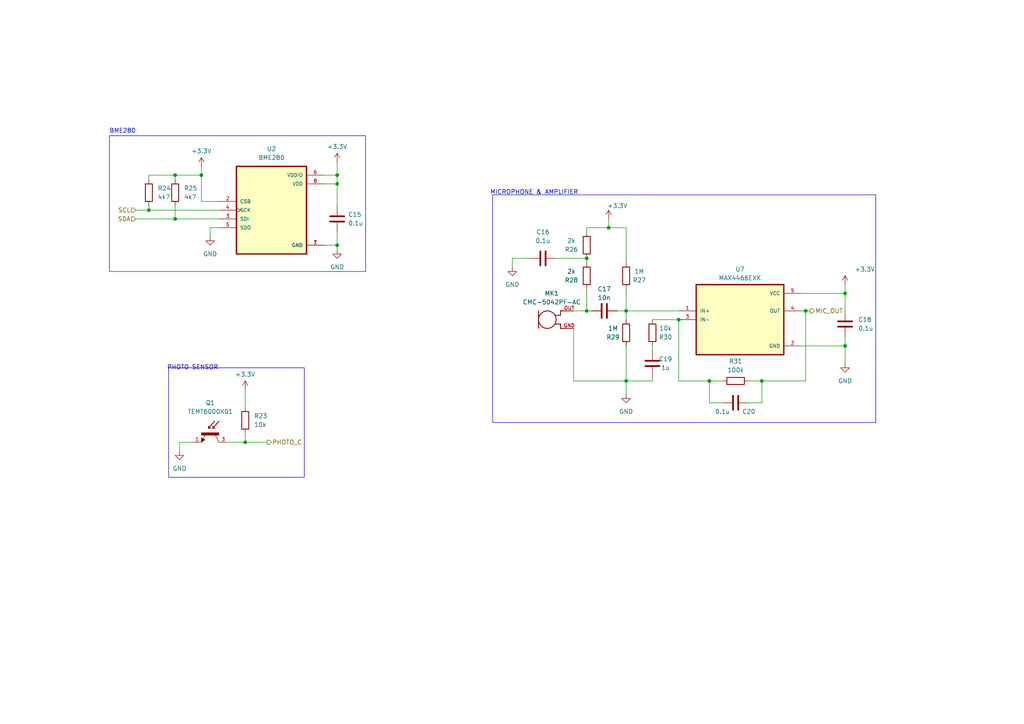
<source format=kicad_sch>
(kicad_sch (version 20250114) (generator "eeschema") (generator_version "9.0")
  (paper "A4")
  (title_block (rev "1"))
  (lib_symbols
    (symbol "BME280:BME280" (pin_names (offset 1.016))
      (property "Reference" "U" (at -10.1662 13.3431 0))
      (property "Value" "BME280" (at -10.1683 -15.2524 0))
      (symbol "BME280_0_0"
        (rectangle (start -10.16 -12.7) (end 10.16 12.7) (stroke (width 0.4064)) (fill (type background)))
        (pin input line (at -15.24 2.54 0) (length 5.08) (name "CSB") (number "2"))
        (pin input clock (at -15.24 0 0) (length 5.08) (name "SCK") (number "4"))
        (pin bidirectional line (at -15.24 -2.54 0) (length 5.08) (name "SDI") (number "3"))
        (pin bidirectional line (at -15.24 -5.08 0) (length 5.08) (name "SDO") (number "5"))
        (pin power_in line (at 15.24 10.16 180) (length 5.08) (name "VDDIO") (number "6"))
        (pin power_in line (at 15.24 7.62 180) (length 5.08) (name "VDD") (number "8"))
        (pin power_in line (at 15.24 -10.16 180) (length 5.08) (name "GND") (number "1"))
        (pin power_in line (at 15.24 -10.16 180) (length 5.08) (name "GND") (number "7"))
      )
    )
    (symbol "CMC-5042PF-AC:CMC-5042PF-AC" (pin_names (offset 1.016))
      (property "Reference" "MK" (at -2.5424 5.0848 0))
      (property "Value" "CMC-5042PF-AC" (at -2.5442 -6.3606 0))
      (symbol "CMC-5042PF-AC_0_0"
        (polyline (pts (xy -2.54 2.54) (xy -2.54 -2.54)) (stroke (width 0.254)))
        (circle (center 0 0) (radius 2.54) (stroke (width 0.254)))
        (polyline (pts (xy 3.81 2.54) (xy 3.81 1.27)) (stroke (width 0.254)))
        (polyline (pts (xy 3.81 1.27) (xy 2.2352 1.27)) (stroke (width 0.254)))
        (polyline (pts (xy 3.81 -1.27) (xy 2.2352 -1.27)) (stroke (width 0.254)))
        (polyline (pts (xy 3.81 -2.54) (xy 3.81 -1.27)) (stroke (width 0.254)))
        (polyline (pts (xy 5.08 2.54) (xy 3.81 2.54)) (stroke (width 0.254)))
        (polyline (pts (xy 5.08 -2.54) (xy 3.81 -2.54)) (stroke (width 0.254)))
        (pin output line (at 7.62 2.54 180) (length 2.54) (name "~") (number "OUT"))
        (pin power_in line (at 7.62 -2.54 180) (length 2.54) (name "~") (number "GND"))
      )
    )
    (symbol "Device:C" (pin_numbers (hide yes)) (pin_names (offset 0.254))
      (property "Reference" "C" (at 0.635 2.54 0))
      (property "Value" "C" (at 0.635 -2.54 0))
      (symbol "C_0_1"
        (polyline (pts (xy -2.032 0.762) (xy 2.032 0.762)) (stroke (width 0.508)))
        (polyline (pts (xy -2.032 -0.762) (xy 2.032 -0.762)) (stroke (width 0.508)))
      )
      (symbol "C_1_1"
        (pin passive line (at 0 3.81 270) (length 2.794) (name "~") (number "1"))
        (pin passive line (at 0 -3.81 90) (length 2.794) (name "~") (number "2"))
      )
    )
    (symbol "Device:R" (pin_numbers (hide yes)) (pin_names (offset 0))
      (property "Reference" "R" (at 2.032 0 90))
      (property "Value" "R" (at 0 0 90))
      (symbol "R_0_1"
        (rectangle (start -1.016 -2.54) (end 1.016 2.54) (stroke (width 0.254)))
      )
      (symbol "R_1_1"
        (pin passive line (at 0 3.81 270) (length 1.27) (name "~") (number "1"))
        (pin passive line (at 0 -3.81 90) (length 1.27) (name "~") (number "2"))
      )
    )
    (symbol "MAX4466EXK:MAX4466EXK" (pin_names (offset 1.016))
      (property "Reference" "U" (at -12.7 11.16 0))
      (property "Value" "MAX4466EXK" (at -12.7 -14.16 0))
      (symbol "MAX4466EXK_0_0"
        (rectangle (start -12.7 -10.16) (end 12.7 10.16) (stroke (width 0.41)) (fill (type background)))
        (pin input line (at -17.78 2.54 0) (length 5.08) (name "IN+") (number "1"))
        (pin input line (at -17.78 0 0) (length 5.08) (name "IN-") (number "3"))
        (pin power_in line (at 17.78 7.62 180) (length 5.08) (name "VCC") (number "5"))
        (pin output line (at 17.78 2.54 180) (length 5.08) (name "OUT") (number "4"))
        (pin power_in line (at 17.78 -7.62 180) (length 5.08) (name "GND") (number "2"))
      )
    )
    (symbol "TEMT6000X01:TEMT6000X01" (pin_names (offset 1.016))
      (property "Reference" "Q" (at 5.0999 0 0))
      (property "Value" "TEMT6000X01" (at 5.0887 -2.5444 0))
      (symbol "TEMT6000X01_0_0"
        (polyline (pts (xy -3.556 2.54) (xy -1.524 0.762)) (stroke (width 0.254)))
        (polyline (pts (xy -3.556 1.27) (xy -1.524 -0.508)) (stroke (width 0.254)))
        (polyline (pts (xy -2.032 0.762) (xy -1.524 1.27)) (stroke (width 0.254)))
        (polyline (pts (xy -2.032 -0.508) (xy -1.524 0)) (stroke (width 0.254)))
        (polyline (pts (xy -1.524 1.27) (xy -1.524 0.762)) (stroke (width 0.254)))
        (polyline (pts (xy -1.524 0.762) (xy -2.032 0.762)) (stroke (width 0.254)))
        (polyline (pts (xy -1.524 0) (xy -1.524 -0.508)) (stroke (width 0.254)))
        (polyline (pts (xy -1.524 -0.508) (xy -2.032 -0.508)) (stroke (width 0.254)))
        (rectangle (start -0.2547 -2.5468) (end 0.508 2.54) (stroke (width 0.1)) (fill (type outline)))
        (polyline (pts (xy 1.27 -2.54) (xy 1.778 -1.524)) (stroke (width 0.1524)))
        (polyline (pts (xy 1.524 -2.286) (xy 1.905 -2.286)) (stroke (width 0.254)))
        (polyline (pts (xy 1.524 -2.413) (xy 2.286 -2.413)) (stroke (width 0.254)))
        (polyline (pts (xy 1.54 -2.04) (xy 0.308 -1.424)) (stroke (width 0.1524)))
        (polyline (pts (xy 1.778 -1.524) (xy 2.54 -2.54)) (stroke (width 0.1524)))
        (polyline (pts (xy 1.778 -1.778) (xy 1.524 -2.286)) (stroke (width 0.254)))
        (polyline (pts (xy 1.905 -2.286) (xy 1.778 -2.032)) (stroke (width 0.254)))
        (polyline (pts (xy 2.286 -2.413) (xy 1.778 -1.778)) (stroke (width 0.254)))
        (polyline (pts (xy 2.54 2.54) (xy 0.508 1.524)) (stroke (width 0.1524)))
        (polyline (pts (xy 2.54 -2.54) (xy 1.27 -2.54)) (stroke (width 0.1524)))
        (pin passive line (at 2.54 5.08 270) (length 2.54) (name "~") (number "3"))
        (pin passive line (at 2.54 -5.08 90) (length 2.54) (name "~") (number "1"))
      )
    )
    (symbol "power:+3.3V" (power) (pin_numbers (hide yes)) (pin_names (offset 0) (hide yes))
      (property "Value" "+3.3V" (at 0 3.556 0))
      (symbol "+3.3V_0_1"
        (polyline (pts (xy -0.762 1.27) (xy 0 2.54)))
        (polyline (pts (xy 0 2.54) (xy 0.762 1.27)))
        (polyline (pts (xy 0 0) (xy 0 2.54)))
      )
      (symbol "+3.3V_1_1"
        (pin power_in line (at 0 0 90) (length 0) (name "~") (number "1"))
      )
    )
    (symbol "power:GND" (power) (pin_numbers (hide yes)) (pin_names (offset 0) (hide yes))
      (property "Value" "GND" (at 0 -3.81 0))
      (symbol "GND_0_1"
        (polyline (pts (xy 0 0) (xy 0 -1.27) (xy 1.27 -1.27) (xy 0 -2.54) (xy -1.27 -1.27) (xy 0 -1.27)))
      )
      (symbol "GND_1_1"
        (pin power_in line (at 0 0 270) (length 0) (name "~") (number "1"))
      )
    )
  )
  (rectangle (start 31.75 39.37) (end 106.045 78.74))
  (rectangle (start 142.875 56.515) (end 254 122.555))
  (rectangle (start 48.895 106.68) (end 88.265 138.43))
  (text "MICROPHONE & AMPLIFIER" (at 154.94 55.88 0) (effects (font (size 1.27 1.27))))
  (text "BME280" (at 35.56 38.1 0) (effects (font (size 1.27 1.27))))
  (text "PHOTO SENSOR" (at 55.88 106.68 0) (effects (font (size 1.27 1.27))))
  (junction (at 71.12 128.27))
  (junction (at 97.79 50.8))
  (junction (at 176.53 66.04))
  (junction (at 170.18 90.17))
  (junction (at 233.68 90.17))
  (junction (at 97.79 71.12))
  (junction (at 50.8 50.8))
  (junction (at 181.61 90.17))
  (junction (at 97.79 53.34))
  (junction (at 205.74 110.49))
  (junction (at 220.98 110.49))
  (junction (at 58.42 50.8))
  (junction (at 50.8 63.5))
  (junction (at 43.18 60.96))
  (junction (at 181.61 110.49))
  (junction (at 245.11 100.33))
  (junction (at 196.85 92.71))
  (junction (at 170.18 74.93))
  (junction (at 245.11 85.09))
  (wire (pts (xy 50.8 59.69) (xy 50.8 63.5)))
  (wire (pts (xy 71.12 128.27) (xy 77.47 128.27)))
  (wire (pts (xy 50.8 63.5) (xy 39.37 63.5)))
  (wire (pts (xy 181.61 66.04) (xy 181.61 76.2)))
  (wire (pts (xy 43.18 60.96) (xy 63.5 60.96)))
  (wire (pts (xy 181.61 110.49) (xy 181.61 114.3)))
  (wire (pts (xy 217.17 116.84) (xy 220.98 116.84)))
  (wire (pts (xy 181.61 100.33) (xy 181.61 110.49)))
  (wire (pts (xy 93.98 53.34) (xy 97.79 53.34)))
  (wire (pts (xy 166.37 95.25) (xy 166.37 110.49)))
  (wire (pts (xy 170.18 66.04) (xy 176.53 66.04)))
  (wire (pts (xy 245.11 97.79) (xy 245.11 100.33)))
  (wire (pts (xy 196.85 110.49) (xy 196.85 92.71)))
  (wire (pts (xy 189.23 109.22) (xy 189.23 110.49)))
  (wire (pts (xy 93.98 71.12) (xy 97.79 71.12)))
  (wire (pts (xy 58.42 50.8) (xy 58.42 58.42)))
  (wire (pts (xy 217.17 110.49) (xy 220.98 110.49)))
  (wire (pts (xy 43.18 59.69) (xy 43.18 60.96)))
  (wire (pts (xy 245.11 85.09) (xy 245.11 90.17)))
  (wire (pts (xy 55.88 128.27) (xy 52.07 128.27)))
  (wire (pts (xy 200.66 92.71) (xy 196.85 92.71)))
  (wire (pts (xy 209.55 110.49) (xy 205.74 110.49)))
  (wire (pts (xy 220.98 116.84) (xy 220.98 110.49)))
  (wire (pts (xy 166.37 110.49) (xy 181.61 110.49)))
  (wire (pts (xy 205.74 116.84) (xy 205.74 110.49)))
  (wire (pts (xy 60.96 66.04) (xy 60.96 68.58)))
  (wire (pts (xy 245.11 85.09) (xy 245.11 82.55)))
  (wire (pts (xy 58.42 50.8) (xy 58.42 48.26)))
  (wire (pts (xy 176.53 63.5) (xy 176.53 66.04)))
  (wire (pts (xy 181.61 90.17) (xy 196.85 90.17)))
  (wire (pts (xy 39.37 60.96) (xy 43.18 60.96)))
  (wire (pts (xy 97.79 53.34) (xy 97.79 59.69)))
  (wire (pts (xy 71.12 128.27) (xy 71.12 125.73)))
  (wire (pts (xy 50.8 63.5) (xy 63.5 63.5)))
  (wire (pts (xy 232.41 100.33) (xy 245.11 100.33)))
  (wire (pts (xy 233.68 90.17) (xy 234.95 90.17)))
  (wire (pts (xy 176.53 66.04) (xy 181.61 66.04)))
  (wire (pts (xy 66.04 128.27) (xy 71.12 128.27)))
  (wire (pts (xy 196.85 110.49) (xy 205.74 110.49)))
  (wire (pts (xy 97.79 71.12) (xy 97.79 72.39)))
  (wire (pts (xy 179.07 90.17) (xy 181.61 90.17)))
  (wire (pts (xy 63.5 66.04) (xy 60.96 66.04)))
  (wire (pts (xy 232.41 85.09) (xy 245.11 85.09)))
  (wire (pts (xy 71.12 113.03) (xy 71.12 118.11)))
  (wire (pts (xy 93.98 50.8) (xy 97.79 50.8)))
  (wire (pts (xy 220.98 110.49) (xy 233.68 110.49)))
  (wire (pts (xy 170.18 90.17) (xy 171.45 90.17)))
  (wire (pts (xy 161.29 74.93) (xy 170.18 74.93)))
  (wire (pts (xy 63.5 58.42) (xy 58.42 58.42)))
  (wire (pts (xy 181.61 92.71) (xy 181.61 90.17)))
  (wire (pts (xy 232.41 90.17) (xy 233.68 90.17)))
  (wire (pts (xy 166.37 90.17) (xy 170.18 90.17)))
  (wire (pts (xy 52.07 128.27) (xy 52.07 130.81)))
  (wire (pts (xy 170.18 66.04) (xy 170.18 67.31)))
  (wire (pts (xy 233.68 90.17) (xy 233.68 110.49)))
  (wire (pts (xy 245.11 100.33) (xy 245.11 105.41)))
  (wire (pts (xy 189.23 92.71) (xy 196.85 92.71)))
  (wire (pts (xy 181.61 110.49) (xy 189.23 110.49)))
  (wire (pts (xy 170.18 83.82) (xy 170.18 90.17)))
  (wire (pts (xy 50.8 50.8) (xy 58.42 50.8)))
  (wire (pts (xy 97.79 50.8) (xy 97.79 53.34)))
  (wire (pts (xy 148.59 74.93) (xy 153.67 74.93)))
  (wire (pts (xy 189.23 100.33) (xy 189.23 101.6)))
  (wire (pts (xy 148.59 74.93) (xy 148.59 77.47)))
  (wire (pts (xy 170.18 74.93) (xy 170.18 76.2)))
  (wire (pts (xy 97.79 67.31) (xy 97.79 71.12)))
  (wire (pts (xy 209.55 116.84) (xy 205.74 116.84)))
  (wire (pts (xy 50.8 50.8) (xy 50.8 52.07)))
  (wire (pts (xy 43.18 52.07) (xy 43.18 50.8)))
  (wire (pts (xy 43.18 50.8) (xy 50.8 50.8)))
  (wire (pts (xy 181.61 83.82) (xy 181.61 90.17)))
  (wire (pts (xy 97.79 50.8) (xy 97.79 46.99)))
  (hierarchical_label "MIC_OUT" (shape output) (at 234.95 90.17 0))
  (hierarchical_label "SCL" (shape input) (at 39.37 60.96 180))
  (hierarchical_label "PHOTO_C" (shape output) (at 77.47 128.27 0))
  (hierarchical_label "SDA" (shape input) (at 39.37 63.5 180))
  (symbol (lib_id "Device:C") (at 213.36 116.84 90) (unit 1)
    (property "Reference" "C20" (at 217.17 119.38 90))
    (property "Value" "0.1u" (at 209.55 119.38 90))
    (property "Footprint" "Capacitor_SMD:C_0805_2012Metric" (effects (hide yes)))
    (property "Description" "Unpolarized capacitor" (effects (hide yes)))
  )
  (symbol (lib_id "Device:R") (at 43.18 55.88 0) (unit 1)
    (property "Reference" "R24" (at 45.72 54.6099 0) (effects (justify left)))
    (property "Value" "4k7" (at 45.72 57.1499 0) (effects (justify left)))
    (property "Footprint" "Resistor_SMD:R_0805_2012Metric" (effects (hide yes)))
    (property "Description" "Resistor" (effects (hide yes)))
  )
  (symbol (lib_id "Device:R") (at 50.8 55.88 0) (unit 1)
    (property "Reference" "R25" (at 53.34 54.6099 0) (effects (justify left)))
    (property "Value" "4k7" (at 53.34 57.1499 0) (effects (justify left)))
    (property "Footprint" "Resistor_SMD:R_0805_2012Metric" (effects (hide yes)))
    (property "Description" "Resistor" (effects (hide yes)))
  )
  (symbol (lib_id "BME280:BME280") (at 78.74 60.96 0) (unit 1)
    (property "Reference" "U2" (at 78.74 43.18 0))
    (property "Value" "BME280" (at 78.74 45.72 0))
    (property "Footprint" "Peter Board Footprints:PSON65P250X250X100-8N" (effects (hide yes)))
    (property "MF" "Bosch" (effects (hide yes)))
    (property "DESCRIPTION" "Integrated pressure, humidity and temperature sensor; 8-pin 2.5x2.5x0.93mm LGA" (effects (hide yes)))
    (property "PACKAGE" "LGA-8 Bosch" (effects (hide yes)))
    (property "PRICE" "4.94 USD" (effects (hide yes)))
    (property "Package" "LGA-8 Bosch" (effects (hide yes)))
    (property "Check_prices" "https://www.snapeda.com/parts/BME280/Bosch+Sensortec/view-part/?ref=eda" (effects (hide yes)))
    (property "STANDARD" "IPC-7351B" (effects (hide yes)))
    (property "SnapEDA_Link" "https://www.snapeda.com/parts/BME280/Bosch+Sensortec/view-part/?ref=snap" (effects (hide yes)))
    (property "MP" "BME280" (effects (hide yes)))
    (property "Price" "None" (effects (hide yes)))
    (property "Availability" "In Stock" (effects (hide yes)))
    (property "AVAILABILITY" "Good" (effects (hide yes)))
    (property "Description_1" "Board Mount Humidity Sensors MEMS humidity, pressure and temperature sensor" (effects (hide yes)))
  )
  (symbol (lib_id "power:GND") (at 52.07 130.81 0) (unit 1)
    (property "Reference" "#PWR042" (effects (hide yes)))
    (property "Value" "GND" (at 52.07 135.89 0))
    (property "Description" "Power symbol creates a global label with name \"GND\" , ground" (effects (hide yes)))
  )
  (symbol (lib_id "power:+3.3V") (at 71.12 113.03 0) (unit 1)
    (property "Reference" "#PWR041" (effects (hide yes)))
    (property "Value" "+3.3V" (at 71.12 108.585 0))
    (property "Description" "Power symbol creates a global label with name \"+3.3V\"" (effects (hide yes)))
  )
  (symbol (lib_id "Device:R") (at 181.61 80.01 180) (unit 1)
    (property "Reference" "R27" (at 185.42 81.28 0))
    (property "Value" "1M" (at 185.42 78.74 0))
    (property "Footprint" "Resistor_SMD:R_0805_2012Metric" (effects (hide yes)))
    (property "Description" "Resistor" (effects (hide yes)))
  )
  (symbol (lib_id "Device:R") (at 170.18 71.12 180) (unit 1)
    (property "Reference" "R26" (at 165.735 72.39 0))
    (property "Value" "2k" (at 165.735 69.85 0))
    (property "Footprint" "Resistor_SMD:R_0805_2012Metric" (effects (hide yes)))
    (property "Description" "Resistor" (effects (hide yes)))
  )
  (symbol (lib_id "power:+3.3V") (at 176.53 63.5 0) (unit 1)
    (property "Reference" "#PWR046" (effects (hide yes)))
    (property "Value" "+3.3V" (at 179.07 59.69 0))
    (property "Description" "Power symbol creates a global label with name \"+3.3V\"" (effects (hide yes)))
  )
  (symbol (lib_id "power:GND") (at 181.61 114.3 0) (unit 1)
    (property "Reference" "#PWR045" (effects (hide yes)))
    (property "Value" "GND" (at 181.61 119.38 0))
    (property "Description" "Power symbol creates a global label with name \"GND\" , ground" (effects (hide yes)))
  )
  (symbol (lib_id "power:GND") (at 245.11 105.41 0) (unit 1)
    (property "Reference" "#PWR044" (effects (hide yes)))
    (property "Value" "GND" (at 245.11 110.49 0))
    (property "Description" "Power symbol creates a global label with name \"GND\" , ground" (effects (hide yes)))
  )
  (symbol (lib_id "Device:R") (at 170.18 80.01 180) (unit 1)
    (property "Reference" "R28" (at 165.735 81.28 0))
    (property "Value" "2k" (at 165.735 78.74 0))
    (property "Footprint" "Resistor_SMD:R_0805_2012Metric" (effects (hide yes)))
    (property "Description" "Resistor" (effects (hide yes)))
  )
  (symbol (lib_id "power:+3.3V") (at 245.11 82.55 0) (unit 1)
    (property "Reference" "#PWR043" (effects (hide yes)))
    (property "Value" "+3.3V" (at 250.825 78.105 0))
    (property "Description" "Power symbol creates a global label with name \"+3.3V\"" (effects (hide yes)))
  )
  (symbol (lib_id "Device:C") (at 157.48 74.93 270) (unit 1)
    (property "Reference" "C16" (at 157.48 67.31 90))
    (property "Value" "0.1u" (at 157.48 69.85 90))
    (property "Footprint" "Capacitor_SMD:C_0805_2012Metric" (effects (hide yes)))
    (property "Description" "Unpolarized capacitor" (effects (hide yes)))
  )
  (symbol (lib_id "Device:R") (at 181.61 96.52 180) (unit 1)
    (property "Reference" "R29" (at 177.8 97.79 0))
    (property "Value" "1M" (at 177.8 95.25 0))
    (property "Footprint" "Resistor_SMD:R_0805_2012Metric" (effects (hide yes)))
    (property "Description" "Resistor" (effects (hide yes)))
  )
  (symbol (lib_id "TEMT6000X01:TEMT6000X01") (at 60.96 125.73 270) (unit 1)
    (property "Reference" "Q1" (at 60.9854 116.84 90))
    (property "Value" "TEMT6000X01" (at 60.9854 119.38 90))
    (property "Footprint" "Peter Board Footprints:TRANS_TEMT6000X01" (effects (hide yes)))
    (property "MF" "Vishay Semiconductor" (effects (hide yes)))
    (property "Description_1" "Phototransistors 570nm Top View 1206 (3216 Metric)" (effects (hide yes)))
    (property "Package" "1206 Vishay" (effects (hide yes)))
    (property "Price" "None" (effects (hide yes)))
    (property "Check_prices" "https://www.snapeda.com/parts/TEMT6000X01/Vishay+Semiconductor+Opto+Division/view-part/?ref=eda" (effects (hide yes)))
    (property "STANDARD" "Manufacturer Recommendations" (effects (hide yes)))
    (property "PARTREV" "1.9" (effects (hide yes)))
    (property "SnapEDA_Link" "https://www.snapeda.com/parts/TEMT6000X01/Vishay+Semiconductor+Opto+Division/view-part/?ref=snap" (effects (hide yes)))
    (property "MP" "TEMT6000X01" (effects (hide yes)))
    (property "Availability" "In Stock" (effects (hide yes)))
    (property "MANUFACTURER" "VISHAY" (effects (hide yes)))
  )
  (symbol (lib_id "CMC-5042PF-AC:CMC-5042PF-AC") (at 158.75 92.71 0) (unit 1)
    (property "Reference" "MK1" (at 160.02 85.09 0))
    (property "Value" "CMC-5042PF-AC" (at 160.02 87.63 0))
    (property "Footprint" "Peter Board Footprints:CUI_CMC-5042PF-AC" (effects (hide yes)))
    (property "MF" "Same Sky" (effects (hide yes)))
    (property "Description_1" "6.0 mm, Omnidirectional, PCB Mount, 2.0 Vdc, Electret Condenser Microphone" (effects (hide yes)))
    (property "Package" "None" (effects (hide yes)))
    (property "Price" "None" (effects (hide yes)))
    (property "Check_prices" "https://www.snapeda.com/parts/CMC-5042PF-AC/Same+Sky/view-part/?ref=eda" (effects (hide yes)))
    (property "STANDARD" "Manufacturer recommendations" (effects (hide yes)))
    (property "SnapEDA_Link" "https://www.snapeda.com/parts/CMC-5042PF-AC/Same+Sky/view-part/?ref=snap" (effects (hide yes)))
    (property "MP" "CMC-5042PF-AC" (effects (hide yes)))
    (property "Availability" "In Stock" (effects (hide yes)))
    (property "MANUFACTURER" "CUI INC" (effects (hide yes)))
  )
  (symbol (lib_id "power:+3.3V") (at 97.79 46.99 0) (unit 1)
    (property "Reference" "#PWR039" (effects (hide yes)))
    (property "Value" "+3.3V" (at 97.79 42.545 0))
    (property "Description" "Power symbol creates a global label with name \"+3.3V\"" (effects (hide yes)))
  )
  (symbol (lib_id "Device:R") (at 71.12 121.92 0) (unit 1)
    (property "Reference" "R23" (at 73.66 120.6499 0) (effects (justify left)))
    (property "Value" "10k" (at 73.66 123.1899 0) (effects (justify left)))
    (property "Footprint" "Resistor_SMD:R_0805_2012Metric" (effects (hide yes)))
    (property "Description" "Resistor" (effects (hide yes)))
  )
  (symbol (lib_id "Device:C") (at 245.11 93.98 0) (unit 1)
    (property "Reference" "C18" (at 248.92 92.7099 0) (effects (justify left)))
    (property "Value" "0.1u" (at 248.92 95.2499 0) (effects (justify left)))
    (property "Footprint" "Capacitor_SMD:C_0805_2012Metric" (effects (hide yes)))
    (property "Description" "Unpolarized capacitor" (effects (hide yes)))
  )
  (symbol (lib_id "Device:C") (at 97.79 63.5 0) (unit 1)
    (property "Reference" "C15" (at 100.965 62.2299 0) (effects (justify left)))
    (property "Value" "0.1u" (at 100.965 64.7699 0) (effects (justify left)))
    (property "Footprint" "Capacitor_SMD:C_0805_2012Metric" (effects (hide yes)))
    (property "Description" "Unpolarized capacitor" (effects (hide yes)))
  )
  (symbol (lib_id "Device:R") (at 189.23 96.52 180) (unit 1)
    (property "Reference" "R30" (at 193.04 97.79 0))
    (property "Value" "10k" (at 193.04 95.25 0))
    (property "Footprint" "Resistor_SMD:R_0805_2012Metric" (effects (hide yes)))
    (property "Description" "Resistor" (effects (hide yes)))
  )
  (symbol (lib_id "power:GND") (at 60.96 68.58 0) (unit 1)
    (property "Reference" "#PWR038" (effects (hide yes)))
    (property "Value" "GND" (at 60.96 73.66 0))
    (property "Description" "Power symbol creates a global label with name \"GND\" , ground" (effects (hide yes)))
  )
  (symbol (lib_id "MAX4466EXK:MAX4466EXK") (at 214.63 92.71 0) (unit 1)
    (property "Reference" "U7" (at 214.63 78.105 0))
    (property "Value" "MAX4466EXK" (at 214.63 80.645 0))
    (property "Footprint" "Peter Board Footprints:SOT65P210X110-5N" (effects (hide yes)))
    (property "MF" "Analog Devices" (effects (hide yes)))
    (property "Description_1" "Amplifier IC 1-Channel (Mono) Class AB SC-70-5" (effects (hide yes)))
    (property "Package" "SC-70-5 Maxim" (effects (hide yes)))
    (property "Price" "None" (effects (hide yes)))
    (property "SnapEDA_Link" "https://www.snapeda.com/parts/MAX4466EXK/Analog+Devices/view-part/?ref=snap" (effects (hide yes)))
    (property "MP" "MAX4466EXK" (effects (hide yes)))
    (property "Availability" "In Stock" (effects (hide yes)))
    (property "Check_prices" "https://www.snapeda.com/parts/MAX4466EXK/Analog+Devices/view-part/?ref=eda" (effects (hide yes)))
  )
  (symbol (lib_id "Device:R") (at 213.36 110.49 90) (unit 1)
    (property "Reference" "R31" (at 213.36 104.775 90))
    (property "Value" "100k" (at 213.36 107.315 90))
    (property "Footprint" "Resistor_SMD:R_0805_2012Metric" (effects (hide yes)))
    (property "Description" "Resistor" (effects (hide yes)))
  )
  (symbol (lib_id "Device:C") (at 175.26 90.17 270) (unit 1)
    (property "Reference" "C17" (at 175.26 83.82 90))
    (property "Value" "10n" (at 175.26 86.36 90))
    (property "Footprint" "Capacitor_SMD:C_0805_2012Metric" (effects (hide yes)))
    (property "Description" "Unpolarized capacitor" (effects (hide yes)))
  )
  (symbol (lib_id "power:GND") (at 97.79 72.39 0) (unit 1)
    (property "Reference" "#PWR040" (effects (hide yes)))
    (property "Value" "GND" (at 97.79 77.47 0))
    (property "Description" "Power symbol creates a global label with name \"GND\" , ground" (effects (hide yes)))
  )
  (symbol (lib_id "power:+3.3V") (at 58.42 48.26 0) (unit 1)
    (property "Reference" "#PWR037" (effects (hide yes)))
    (property "Value" "+3.3V" (at 58.42 43.815 0))
    (property "Description" "Power symbol creates a global label with name \"+3.3V\"" (effects (hide yes)))
  )
  (symbol (lib_id "Device:C") (at 189.23 105.41 180) (unit 1)
    (property "Reference" "C19" (at 193.04 104.14 0))
    (property "Value" "1u" (at 193.04 106.68 0))
    (property "Footprint" "Capacitor_SMD:C_0805_2012Metric" (effects (hide yes)))
    (property "Description" "Unpolarized capacitor" (effects (hide yes)))
  )
  (symbol (lib_id "power:GND") (at 148.59 77.47 0) (unit 1)
    (property "Reference" "#PWR047" (effects (hide yes)))
    (property "Value" "GND" (at 148.59 82.55 0))
    (property "Description" "Power symbol creates a global label with name \"GND\" , ground" (effects (hide yes)))
  )
)
</source>
